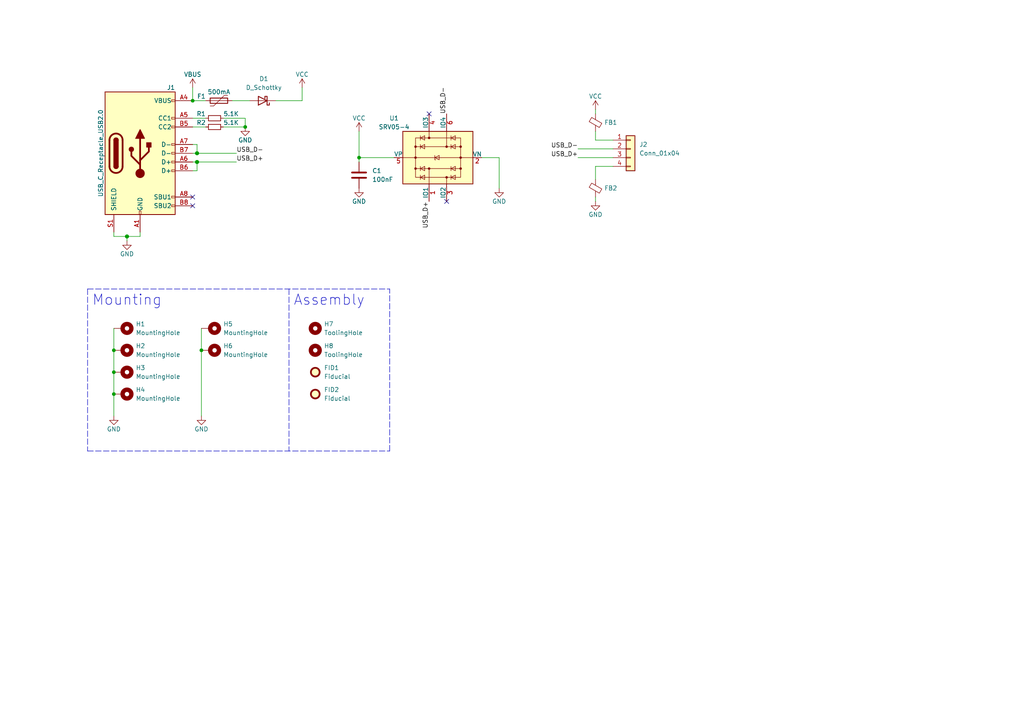
<source format=kicad_sch>
(kicad_sch (version 20211123) (generator eeschema)
  (paper "A4")
  (lib_symbols
    (symbol "Connector:USB_C_Receptacle_USB2.0" (pin_names (offset 1.016))
      (property "Reference" "J" (at -10.16 19.05 0))
      (property "Value" "USB_C_Receptacle_USB2.0" (at 19.05 19.05 0))
      (symbol "USB_C_Receptacle_USB2.0_0_0"
        (rectangle (start -0.254 -17.78) (end 0.254 -16.764))
        (rectangle (start 10.16 -14.986) (end 9.144 -15.494))
        (rectangle (start 10.16 -12.446) (end 9.144 -12.954))
        (rectangle (start 10.16 -4.826) (end 9.144 -5.334))
        (rectangle (start 10.16 -2.286) (end 9.144 -2.794))
        (rectangle (start 10.16 0.254) (end 9.144 -0.254))
        (rectangle (start 10.16 2.794) (end 9.144 2.286))
        (rectangle (start 10.16 7.874) (end 9.144 7.366))
        (rectangle (start 10.16 10.414) (end 9.144 9.906))
        (rectangle (start 10.16 15.494) (end 9.144 14.986))
      )
      (symbol "USB_C_Receptacle_USB2.0_0_1"
        (rectangle (start -10.16 17.78) (end 10.16 -17.78) (stroke (width 0.254)) (fill (type background)))
        (arc (start -8.89 -3.81) (mid -6.985 -5.715) (end -5.08 -3.81) (stroke (width 0.508)))
        (arc (start -7.62 -3.81) (mid -6.985 -4.445) (end -6.35 -3.81) (stroke (width 0.254)))
        (arc (start -7.62 -3.81) (mid -6.985 -4.445) (end -6.35 -3.81) (stroke (width 0.254)) (fill (type outline)))
        (rectangle (start -7.62 -3.81) (end -6.35 3.81) (stroke (width 0.254)) (fill (type outline)))
        (arc (start -6.35 3.81) (mid -6.985 4.445) (end -7.62 3.81) (stroke (width 0.254)))
        (arc (start -6.35 3.81) (mid -6.985 4.445) (end -7.62 3.81) (stroke (width 0.254)) (fill (type outline)))
        (arc (start -5.08 3.81) (mid -6.985 5.715) (end -8.89 3.81) (stroke (width 0.508)))
        (circle (center -2.54 1.143) (radius 0.635) (stroke (width 0.254)) (fill (type outline)))
        (circle (center 0 -5.842) (radius 1.27) (fill (type outline)))
        (polyline (pts (xy -8.89 -3.81) (xy -8.89 3.81)) (stroke (width 0.508)))
        (polyline (pts (xy -5.08 3.81) (xy -5.08 -3.81)) (stroke (width 0.508)))
        (polyline (pts (xy 0 -5.842) (xy 0 4.318)) (stroke (width 0.508)))
        (polyline (pts (xy 0 -3.302) (xy -2.54 -0.762) (xy -2.54 0.508)) (stroke (width 0.508)))
        (polyline (pts (xy 0 -2.032) (xy 2.54 0.508) (xy 2.54 1.778)) (stroke (width 0.508)))
        (polyline (pts (xy -1.27 4.318) (xy 0 6.858) (xy 1.27 4.318) (xy -1.27 4.318)) (stroke (width 0.254)) (fill (type outline)))
        (rectangle (start 1.905 1.778) (end 3.175 3.048) (stroke (width 0.254)) (fill (type outline)))
      )
      (symbol "USB_C_Receptacle_USB2.0_1_1"
        (pin passive line (at 0 -22.86 90) (length 5.08) (name "GND") (number "A1"))
        (pin passive line (at 0 -22.86 90) (length 5.08) hide (name "GND") (number "A12"))
        (pin passive line (at 15.24 15.24 180) (length 5.08) (name "VBUS") (number "A4"))
        (pin bidirectional line (at 15.24 10.16 180) (length 5.08) (name "CC1") (number "A5"))
        (pin bidirectional line (at 15.24 -2.54 180) (length 5.08) (name "D+") (number "A6"))
        (pin bidirectional line (at 15.24 2.54 180) (length 5.08) (name "D-") (number "A7"))
        (pin bidirectional line (at 15.24 -12.7 180) (length 5.08) (name "SBU1") (number "A8"))
        (pin passive line (at 15.24 15.24 180) (length 5.08) hide (name "VBUS") (number "A9"))
        (pin passive line (at 0 -22.86 90) (length 5.08) hide (name "GND") (number "B1"))
        (pin passive line (at 0 -22.86 90) (length 5.08) hide (name "GND") (number "B12"))
        (pin passive line (at 15.24 15.24 180) (length 5.08) hide (name "VBUS") (number "B4"))
        (pin bidirectional line (at 15.24 7.62 180) (length 5.08) (name "CC2") (number "B5"))
        (pin bidirectional line (at 15.24 -5.08 180) (length 5.08) (name "D+") (number "B6"))
        (pin bidirectional line (at 15.24 0 180) (length 5.08) (name "D-") (number "B7"))
        (pin bidirectional line (at 15.24 -15.24 180) (length 5.08) (name "SBU2") (number "B8"))
        (pin passive line (at 15.24 15.24 180) (length 5.08) hide (name "VBUS") (number "B9"))
        (pin passive line (at -7.62 -22.86 90) (length 5.08) (name "SHIELD") (number "S1"))
      )
    )
    (symbol "Connector_Generic:Conn_01x04" (pin_names (offset 1.016) hide)
      (property "Reference" "J" (at 0 5.08 0))
      (property "Value" "Conn_01x04" (at 0 -7.62 0))
      (symbol "Conn_01x04_1_1"
        (rectangle (start -1.27 -4.953) (end 0 -5.207) (stroke (width 0.1524)))
        (rectangle (start -1.27 -2.413) (end 0 -2.667) (stroke (width 0.1524)))
        (rectangle (start -1.27 0.127) (end 0 -0.127) (stroke (width 0.1524)))
        (rectangle (start -1.27 2.667) (end 0 2.413) (stroke (width 0.1524)))
        (rectangle (start -1.27 3.81) (end 1.27 -6.35) (stroke (width 0.254)) (fill (type background)))
        (pin passive line (at -5.08 2.54 0) (length 3.81) (name "Pin_1") (number "1"))
        (pin passive line (at -5.08 0 0) (length 3.81) (name "Pin_2") (number "2"))
        (pin passive line (at -5.08 -2.54 0) (length 3.81) (name "Pin_3") (number "3"))
        (pin passive line (at -5.08 -5.08 0) (length 3.81) (name "Pin_4") (number "4"))
      )
    )
    (symbol "Device:C" (pin_numbers hide) (pin_names (offset 0.254))
      (property "Reference" "C" (at 0.635 2.54 0))
      (property "Value" "C" (at 0.635 -2.54 0))
      (symbol "C_0_1"
        (polyline (pts (xy -2.032 -0.762) (xy 2.032 -0.762)) (stroke (width 0.508)))
        (polyline (pts (xy -2.032 0.762) (xy 2.032 0.762)) (stroke (width 0.508)))
      )
      (symbol "C_1_1"
        (pin passive line (at 0 3.81 270) (length 2.794) (name "~") (number "1"))
        (pin passive line (at 0 -3.81 90) (length 2.794) (name "~") (number "2"))
      )
    )
    (symbol "Device:D_Schottky" (pin_numbers hide) (pin_names (offset 1.016) hide)
      (property "Reference" "D" (at 0 2.54 0))
      (property "Value" "D_Schottky" (at 0 -2.54 0))
      (symbol "D_Schottky_0_1"
        (polyline (pts (xy 1.27 0) (xy -1.27 0)))
        (polyline (pts (xy 1.27 1.27) (xy 1.27 -1.27) (xy -1.27 0) (xy 1.27 1.27)) (stroke (width 0.254)))
        (polyline (pts (xy -1.905 0.635) (xy -1.905 1.27) (xy -1.27 1.27) (xy -1.27 -1.27) (xy -0.635 -1.27) (xy -0.635 -0.635)) (stroke (width 0.254)))
      )
      (symbol "D_Schottky_1_1"
        (pin passive line (at -3.81 0 0) (length 2.54) (name "K") (number "1"))
        (pin passive line (at 3.81 0 180) (length 2.54) (name "A") (number "2"))
      )
    )
    (symbol "Device:FerriteBead_Small" (pin_numbers hide) (pin_names (offset 0))
      (property "Reference" "FB" (at 1.905 1.27 0))
      (property "Value" "FerriteBead_Small" (at 1.905 -1.27 0))
      (symbol "FerriteBead_Small_0_1"
        (polyline (pts (xy 0 -1.27) (xy 0 -0.7874)))
        (polyline (pts (xy 0 0.889) (xy 0 1.2954)))
        (polyline (pts (xy -1.8288 0.2794) (xy -1.1176 1.4986) (xy 1.8288 -0.2032) (xy 1.1176 -1.4224) (xy -1.8288 0.2794)))
      )
      (symbol "FerriteBead_Small_1_1"
        (pin passive line (at 0 2.54 270) (length 1.27) (name "~") (number "1"))
        (pin passive line (at 0 -2.54 90) (length 1.27) (name "~") (number "2"))
      )
    )
    (symbol "Device:Polyfuse" (pin_numbers hide) (pin_names (offset 0))
      (property "Reference" "F" (at -2.54 0 90))
      (property "Value" "Polyfuse" (at 2.54 0 90))
      (symbol "Polyfuse_0_1"
        (rectangle (start -0.762 2.54) (end 0.762 -2.54) (stroke (width 0.254)))
        (polyline (pts (xy 0 2.54) (xy 0 -2.54)))
        (polyline (pts (xy -1.524 2.54) (xy -1.524 1.524) (xy 1.524 -1.524) (xy 1.524 -2.54)))
      )
      (symbol "Polyfuse_1_1"
        (pin passive line (at 0 3.81 270) (length 1.27) (name "~") (number "1"))
        (pin passive line (at 0 -3.81 90) (length 1.27) (name "~") (number "2"))
      )
    )
    (symbol "Device:R_Small" (pin_numbers hide) (pin_names (offset 0.254) hide)
      (property "Reference" "R" (at 0.762 0.508 0))
      (property "Value" "R_Small" (at 0.762 -1.016 0))
      (symbol "R_Small_0_1"
        (rectangle (start -0.762 1.778) (end 0.762 -1.778) (stroke (width 0.2032)))
      )
      (symbol "R_Small_1_1"
        (pin passive line (at 0 2.54 270) (length 0.762) (name "~") (number "1"))
        (pin passive line (at 0 -2.54 90) (length 0.762) (name "~") (number "2"))
      )
    )
    (symbol "Mechanical:Fiducial"
      (property "Reference" "FID" (at 0 5.08 0))
      (property "Value" "Fiducial" (at 0 3.175 0))
      (symbol "Fiducial_0_1"
        (circle (center 0 0) (radius 1.27) (stroke (width 0.508)) (fill (type background)))
      )
    )
    (symbol "Mechanical:MountingHole" (pin_names (offset 1.016))
      (property "Reference" "H" (at 0 5.08 0))
      (property "Value" "MountingHole" (at 0 3.175 0))
      (symbol "MountingHole_0_1"
        (circle (center 0 0) (radius 1.27) (stroke (width 1.27)))
      )
    )
    (symbol "Mechanical:MountingHole_Pad" (pin_numbers hide) (pin_names (offset 1.016) hide)
      (property "Reference" "H" (at 0 6.35 0))
      (property "Value" "MountingHole_Pad" (at 0 4.445 0))
      (symbol "MountingHole_Pad_0_1"
        (circle (center 0 1.27) (radius 1.27) (stroke (width 1.27)))
      )
      (symbol "MountingHole_Pad_1_1"
        (pin input line (at 0 -2.54 90) (length 2.54) (name "1") (number "1"))
      )
    )
    (symbol "Power_Protection:SRV05-4" (pin_names (offset 0))
      (property "Reference" "U" (at -5.08 11.43 0))
      (property "Value" "SRV05-4" (at 2.54 11.43 0))
      (symbol "SRV05-4_0_0"
        (rectangle (start -5.715 6.477) (end 5.715 -6.604))
        (polyline (pts (xy -3.175 -6.604) (xy -3.175 6.477)))
        (polyline (pts (xy 3.175 6.477) (xy 3.175 -6.604)))
      )
      (symbol "SRV05-4_0_1"
        (rectangle (start -7.62 10.16) (end 7.62 -10.16) (stroke (width 0.254)) (fill (type background)))
        (circle (center -5.715 -2.54) (radius 0.2794) (fill (type outline)))
        (circle (center -3.175 -6.604) (radius 0.2794) (fill (type outline)))
        (circle (center -3.175 2.54) (radius 0.2794) (fill (type outline)))
        (circle (center -3.175 6.477) (radius 0.2794) (fill (type outline)))
        (circle (center 0 -6.604) (radius 0.2794) (fill (type outline)))
        (polyline (pts (xy -7.747 2.54) (xy -3.175 2.54)))
        (polyline (pts (xy -7.62 -2.54) (xy -5.715 -2.54)))
        (polyline (pts (xy -5.08 -3.81) (xy -6.35 -3.81)))
        (polyline (pts (xy -5.08 5.08) (xy -6.35 5.08)))
        (polyline (pts (xy -2.54 -3.81) (xy -3.81 -3.81)))
        (polyline (pts (xy -2.54 5.08) (xy -3.81 5.08)))
        (polyline (pts (xy 0 10.16) (xy 0 -10.16)))
        (polyline (pts (xy 3.81 -3.81) (xy 2.54 -3.81)))
        (polyline (pts (xy 3.81 5.08) (xy 2.54 5.08)))
        (polyline (pts (xy 6.35 -3.81) (xy 5.08 -3.81)))
        (polyline (pts (xy 6.35 5.08) (xy 5.08 5.08)))
        (polyline (pts (xy 7.62 -2.54) (xy 3.175 -2.54)))
        (polyline (pts (xy 7.62 2.54) (xy 5.715 2.54)))
        (polyline (pts (xy 0.635 0.889) (xy -0.635 0.889) (xy -0.635 0.635)))
        (polyline (pts (xy -5.08 -5.08) (xy -6.35 -5.08) (xy -5.715 -3.81) (xy -5.08 -5.08)))
        (polyline (pts (xy -5.08 3.81) (xy -6.35 3.81) (xy -5.715 5.08) (xy -5.08 3.81)))
        (polyline (pts (xy -2.54 -5.08) (xy -3.81 -5.08) (xy -3.175 -3.81) (xy -2.54 -5.08)))
        (polyline (pts (xy -2.54 3.81) (xy -3.81 3.81) (xy -3.175 5.08) (xy -2.54 3.81)))
        (polyline (pts (xy 0.635 -0.381) (xy -0.635 -0.381) (xy 0 0.889) (xy 0.635 -0.381)))
        (polyline (pts (xy 3.81 -5.08) (xy 2.54 -5.08) (xy 3.175 -3.81) (xy 3.81 -5.08)))
        (polyline (pts (xy 3.81 3.81) (xy 2.54 3.81) (xy 3.175 5.08) (xy 3.81 3.81)))
        (polyline (pts (xy 6.35 -5.08) (xy 5.08 -5.08) (xy 5.715 -3.81) (xy 6.35 -5.08)))
        (polyline (pts (xy 6.35 3.81) (xy 5.08 3.81) (xy 5.715 5.08) (xy 6.35 3.81)))
        (circle (center 0 6.477) (radius 0.2794) (fill (type outline)))
        (circle (center 3.175 -6.604) (radius 0.2794) (fill (type outline)))
        (circle (center 3.175 -2.54) (radius 0.2794) (fill (type outline)))
        (circle (center 3.175 6.477) (radius 0.2794) (fill (type outline)))
        (circle (center 5.715 2.54) (radius 0.2794) (fill (type outline)))
      )
      (symbol "SRV05-4_1_1"
        (pin passive line (at -12.7 2.54 0) (length 5.08) (name "IO1") (number "1"))
        (pin passive line (at 0 -12.7 90) (length 2.54) (name "VN") (number "2"))
        (pin passive line (at -12.7 -2.54 0) (length 5.08) (name "IO2") (number "3"))
        (pin passive line (at 12.7 2.54 180) (length 5.08) (name "IO3") (number "4"))
        (pin passive line (at 0 12.7 270) (length 2.54) (name "VP") (number "5"))
        (pin passive line (at 12.7 -2.54 180) (length 5.08) (name "IO4") (number "6"))
      )
    )
    (symbol "power:GND" (power) (pin_names (offset 0))
      (property "Value" "GND" (at 0 -3.81 0))
      (symbol "GND_0_1"
        (polyline (pts (xy 0 0) (xy 0 -1.27) (xy 1.27 -1.27) (xy 0 -2.54) (xy -1.27 -1.27) (xy 0 -1.27)))
      )
      (symbol "GND_1_1"
        (pin power_in line (at 0 0 270) (length 0) hide (name "GND") (number "1"))
      )
    )
    (symbol "power:VBUS" (power) (pin_names (offset 0))
      (property "Value" "VBUS" (at 0 3.81 0))
      (symbol "VBUS_0_1"
        (polyline (pts (xy -0.762 1.27) (xy 0 2.54)))
        (polyline (pts (xy 0 0) (xy 0 2.54)))
        (polyline (pts (xy 0 2.54) (xy 0.762 1.27)))
      )
      (symbol "VBUS_1_1"
        (pin power_in line (at 0 0 90) (length 0) hide (name "VBUS") (number "1"))
      )
    )
    (symbol "power:VCC" (power) (pin_names (offset 0))
      (property "Value" "VCC" (at 0 3.81 0))
      (symbol "VCC_0_1"
        (polyline (pts (xy -0.762 1.27) (xy 0 2.54)))
        (polyline (pts (xy 0 0) (xy 0 2.54)))
        (polyline (pts (xy 0 2.54) (xy 0.762 1.27)))
      )
      (symbol "VCC_1_1"
        (pin power_in line (at 0 0 90) (length 0) hide (name "VCC") (number "1"))
      )
    )
  )
  (junction (at 36.83 68.58) (diameter 1.016))
  (junction (at 33.02 114.3))
  (junction (at 33.02 107.95))
  (junction (at 57.15 44.45) (diameter 1.016))
  (junction (at 58.42 101.6))
  (junction (at 55.88 29.21))
  (junction (at 33.02 101.6))
  (junction (at 57.15 46.99) (diameter 1.016))
  (junction (at 104.14 45.72))
  (junction (at 71.12 36.83))
  (no_connect (at 55.88 59.69))
  (no_connect (at 124.46 33.02))
  (no_connect (at 129.54 58.42))
  (no_connect (at 55.88 57.15))
  (wire (pts (xy 33.02 95.25) (xy 33.02 101.6)))
  (wire (pts (xy 80.01 29.21) (xy 87.63 29.21)))
  (wire (pts (xy 104.14 45.72) (xy 104.14 46.99)))
  (wire (pts (xy 33.02 67.31) (xy 33.02 68.58)))
  (wire (pts (xy 33.02 107.95) (xy 33.02 114.3)))
  (wire (pts (xy 64.77 34.29) (xy 71.12 34.29)))
  (wire (pts (xy 33.02 114.3) (xy 33.02 120.65)))
  (wire (pts (xy 104.14 38.1) (xy 104.14 45.72)))
  (wire (pts (xy 40.64 68.58) (xy 40.64 67.31)))
  (wire (pts (xy 36.83 68.58) (xy 36.83 69.85)))
  (wire (pts (xy 172.72 57.15) (xy 172.72 58.42)))
  (wire (pts (xy 55.88 46.99) (xy 57.15 46.99)))
  (wire (pts (xy 55.88 29.21) (xy 59.69 29.21)))
  (wire (pts (xy 71.12 34.29) (xy 71.12 36.83)))
  (wire (pts (xy 144.78 45.72) (xy 144.78 54.61)))
  (wire (pts (xy 33.02 101.6) (xy 33.02 107.95)))
  (wire (pts (xy 57.15 46.99) (xy 68.58 46.99)))
  (wire (pts (xy 55.88 44.45) (xy 57.15 44.45)))
  (wire (pts (xy 104.14 45.72) (xy 114.3 45.72)))
  (wire (pts (xy 57.15 44.45) (xy 68.58 44.45)))
  (wire (pts (xy 87.63 25.4) (xy 87.63 29.21)))
  (wire (pts (xy 67.31 29.21) (xy 72.39 29.21)))
  (polyline (pts (xy 25.4 130.81) (xy 113.03 130.81)))
  (wire (pts (xy 33.02 68.58) (xy 36.83 68.58)))
  (wire (pts (xy 64.77 36.83) (xy 71.12 36.83)))
  (polyline (pts (xy 25.4 83.82) (xy 113.03 83.82)))
  (polyline (pts (xy 25.4 83.82) (xy 25.4 130.81)))
  (polyline (pts (xy 83.82 83.82) (xy 83.82 130.81)))
  (wire (pts (xy 172.72 38.1) (xy 172.72 40.64)))
  (wire (pts (xy 172.72 48.26) (xy 172.72 52.07)))
  (wire (pts (xy 55.88 25.4) (xy 55.88 29.21)))
  (wire (pts (xy 172.72 31.75) (xy 172.72 33.02)))
  (wire (pts (xy 58.42 101.6) (xy 58.42 120.65)))
  (wire (pts (xy 57.15 41.91) (xy 57.15 44.45)))
  (polyline (pts (xy 113.03 130.81) (xy 113.03 83.82)))
  (wire (pts (xy 57.15 49.53) (xy 57.15 46.99)))
  (wire (pts (xy 55.88 36.83) (xy 59.69 36.83)))
  (wire (pts (xy 172.72 40.64) (xy 177.8 40.64)))
  (wire (pts (xy 58.42 95.25) (xy 58.42 101.6)))
  (wire (pts (xy 177.8 48.26) (xy 172.72 48.26)))
  (wire (pts (xy 139.7 45.72) (xy 144.78 45.72)))
  (wire (pts (xy 167.64 45.72) (xy 177.8 45.72)))
  (wire (pts (xy 55.88 49.53) (xy 57.15 49.53)))
  (wire (pts (xy 167.64 43.18) (xy 177.8 43.18)))
  (wire (pts (xy 55.88 41.91) (xy 57.15 41.91)))
  (wire (pts (xy 36.83 68.58) (xy 40.64 68.58)))
  (wire (pts (xy 55.88 34.29) (xy 59.69 34.29)))
  (text "Assembly" (at 85.09 88.9 0) (effects (font (size 3 3)) (justify left bottom)))
  (text "Mounting" (at 26.67 88.9 0) (effects (font (size 3 3)) (justify left bottom)))
  (label "USB_D+" (at 167.64 45.72 180))
  (label "USB_D-" (at 68.58 44.45 0))
  (label "USB_D+" (at 124.46 58.42 270))
  (label "USB_D-" (at 167.64 43.18 180))
  (label "USB_D+" (at 68.58 46.99 0))
  (label "USB_D-" (at 129.54 33.02 90))
  (symbol (lib_id "power:GND") (at 33.02 120.65 0) (unit 1)
    (property "Reference" "#PWR0101" (effects hide))
    (property "Value" "GND" (at 33.02 124.46 0))
  )
  (symbol (lib_id "power:VCC") (at 104.14 38.1 0) (unit 1)
    (property "Reference" "#PWR0103" (effects hide))
    (property "Value" "VCC" (at 104.14 34.29 0))
  )
  (symbol (lib_id "Connector:USB_C_Receptacle_USB2.0") (at 40.64 44.45 0) (unit 1)
    (property "Reference" "J1" (at 50.8 25.4 0) (effects (justify right)))
    (property "Value" "USB_C_Receptacle_USB2.0" (at 29.21 44.45 90))
    (property "Footprint" "Connector_USB:USB_C_Receptacle_XKB_U262-16XN-4BVC11" (effects hide))
    (property "Datasheet" "https://www.usb.org/sites/default/files/documents/usb_type-c.zip" (effects hide))
    (property "LCSC" "C319148" (effects hide))
  )
  (symbol (lib_id "power:GND") (at 71.12 36.83 0) (unit 1)
    (property "Reference" "#PWR03" (effects hide))
    (property "Value" "GND" (at 71.12 40.64 0))
  )
  (symbol (lib_id "Mechanical:MountingHole") (at 91.44 101.6 0) (unit 1) (in_bom no)
    (property "Reference" "H8" (at 93.98 100.3299 0) (effects (justify left)))
    (property "Value" "ToolingHole" (at 93.98 102.8699 0) (effects (justify left)))
    (property "Footprint" "costar_footprints:ToolingHole_1.152mm" (effects hide))
  )
  (symbol (lib_id "Device:FerriteBead_Small") (at 172.72 54.61 0) (unit 1)
    (property "Reference" "FB2" (at 175.26 54.5718 0) (effects (justify left)))
    (property "Value" "FerriteBead_Small" (effects hide))
    (property "Footprint" "Inductor_SMD:L_0805_2012Metric" (effects hide))
    (property "Datasheet" "https://datasheet.lcsc.com/lcsc/1811061723_FH-Guangdong-Fenghua-Advanced-Tech-CBW201209U301T_C67451.pdf" (effects hide))
    (property "LCSC" " C67451" (effects hide))
  )
  (symbol (lib_id "Mechanical:MountingHole_Pad") (at 35.56 107.95 270) (unit 1) (in_bom no)
    (property "Reference" "H3" (at 39.37 106.6799 90) (effects (justify left)))
    (property "Value" "MountingHole" (at 39.37 109.2199 90) (effects (justify left)))
    (property "Footprint" "costar_footprints:MountingHole_2.5mm_Pad_1mm" (effects hide))
  )
  (symbol (lib_id "Device:C") (at 104.14 50.8 0) (unit 1)
    (property "Reference" "C1" (at 107.95 49.5299 0) (effects (justify left)))
    (property "Value" "100nF" (at 107.95 52.0699 0) (effects (justify left)))
    (property "Footprint" "Capacitor_SMD:C_0603_1608Metric" (effects hide))
    (property "LCSC" "C14663" (effects hide))
  )
  (symbol (lib_id "Device:R_Small") (at 62.23 34.29 90) (unit 1)
    (property "Reference" "R1" (at 59.69 33.02 90) (effects (justify left)))
    (property "Value" "5.1K" (at 64.77 33.02 90) (effects (justify right)))
    (property "Footprint" "Resistor_SMD:R_0603_1608Metric" (effects hide))
    (property "LCSC" "C23186" (effects hide))
  )
  (symbol (lib_id "power:GND") (at 104.14 54.61 0) (unit 1)
    (property "Reference" "#PWR0104" (effects hide))
    (property "Value" "GND" (at 104.14 58.42 0))
  )
  (symbol (lib_id "Mechanical:Fiducial") (at 91.44 107.95 0) (unit 1) (in_bom no)
    (property "Reference" "FID1" (at 93.98 106.6799 0) (effects (justify left)))
    (property "Value" "Fiducial" (at 93.98 109.2199 0) (effects (justify left)))
    (property "Footprint" "Fiducial:Fiducial_1mm_Mask2mm" (effects hide))
  )
  (symbol (lib_id "Mechanical:MountingHole_Pad") (at 60.96 101.6 270) (unit 1) (in_bom no)
    (property "Reference" "H6" (at 64.77 100.3299 90) (effects (justify left)))
    (property "Value" "MountingHole" (at 64.77 102.8699 90) (effects (justify left)))
    (property "Footprint" "costar_footprints:MountingHole_1mm_Pad_1mm" (effects hide))
  )
  (symbol (lib_id "Mechanical:MountingHole_Pad") (at 60.96 95.25 270) (unit 1) (in_bom no)
    (property "Reference" "H5" (at 64.77 93.9799 90) (effects (justify left)))
    (property "Value" "MountingHole" (at 64.77 96.5199 90) (effects (justify left)))
    (property "Footprint" "costar_footprints:MountingHole_1mm_Pad_1mm" (effects hide))
  )
  (symbol (lib_id "Mechanical:MountingHole_Pad") (at 35.56 101.6 270) (unit 1) (in_bom no)
    (property "Reference" "H2" (at 39.37 100.3299 90) (effects (justify left)))
    (property "Value" "MountingHole" (at 39.37 102.8699 90) (effects (justify left)))
    (property "Footprint" "costar_footprints:MountingHole_2.5mm_Pad_1mm" (effects hide))
  )
  (symbol (lib_id "Device:Polyfuse") (at 63.5 29.21 90) (unit 1)
    (property "Reference" "F1" (at 58.42 27.94 90))
    (property "Value" "500mA" (at 63.5 26.67 90))
    (property "Footprint" "Fuse:Fuse_1812_4532Metric" (effects hide))
    (property "LCSC" "C12559" (effects hide))
  )
  (symbol (lib_id "power:VBUS") (at 55.88 25.4 0) (unit 1)
    (property "Reference" "#PWR02" (effects hide))
    (property "Value" "VBUS" (at 55.88 21.59 0))
  )
  (symbol (lib_id "power:VCC") (at 87.63 25.4 0) (unit 1)
    (property "Reference" "#PWR0105" (effects hide))
    (property "Value" "VCC" (at 87.63 21.59 0))
  )
  (symbol (lib_id "Device:D_Schottky") (at 76.2 29.21 180) (unit 1)
    (property "Reference" "D1" (at 76.5175 22.86 0))
    (property "Value" "D_Schottky" (at 76.5175 25.4 0))
    (property "Footprint" "Diode_SMD:D_SOD-123" (effects hide))
    (property "LCSC" "C8598" (effects hide))
  )
  (symbol (lib_id "Mechanical:MountingHole") (at 91.44 95.25 0) (unit 1) (in_bom no)
    (property "Reference" "H7" (at 93.98 93.9799 0) (effects (justify left)))
    (property "Value" "ToolingHole" (at 93.98 96.5199 0) (effects (justify left)))
    (property "Footprint" "costar_footprints:ToolingHole_1.152mm" (effects hide))
  )
  (symbol (lib_id "power:VCC") (at 172.72 31.75 0) (unit 1)
    (property "Reference" "#PWR0107" (effects hide))
    (property "Value" "VCC" (at 172.72 27.94 0))
  )
  (symbol (lib_id "Device:R_Small") (at 62.23 36.83 90) (unit 1)
    (property "Reference" "R2" (at 59.69 35.56 90) (effects (justify left)))
    (property "Value" "5.1K" (at 64.77 35.56 90) (effects (justify right)))
    (property "Footprint" "Resistor_SMD:R_0603_1608Metric" (effects hide))
    (property "LCSC" "C23186" (effects hide))
  )
  (symbol (lib_id "power:GND") (at 36.83 69.85 0) (unit 1)
    (property "Reference" "#PWR01" (effects hide))
    (property "Value" "GND" (at 36.83 73.66 0))
  )
  (symbol (lib_id "Power_Protection:SRV05-4") (at 127 45.72 90) (unit 1)
    (property "Reference" "U1" (at 114.3 34.29 90))
    (property "Value" "SRV05-4" (at 114.3 36.83 90))
    (property "Footprint" "Package_TO_SOT_SMD:SOT-23-6" (effects hide))
    (property "Datasheet" "http://www.onsemi.com/pub/Collateral/SRV05-4-D.PDF" (effects hide))
    (property "LCSC" "C85364" (effects hide))
  )
  (symbol (lib_id "Device:FerriteBead_Small") (at 172.72 35.56 0) (unit 1)
    (property "Reference" "FB1" (at 175.26 35.5218 0) (effects (justify left)))
    (property "Value" "FerriteBead_Small" (effects hide))
    (property "Footprint" "Inductor_SMD:L_0805_2012Metric" (effects hide))
    (property "Datasheet" "https://datasheet.lcsc.com/lcsc/1811061723_FH-Guangdong-Fenghua-Advanced-Tech-CBW201209U301T_C67451.pdf" (effects hide))
    (property "LCSC" " C67451" (effects hide))
  )
  (symbol (lib_id "Mechanical:MountingHole_Pad") (at 35.56 95.25 270) (unit 1) (in_bom no)
    (property "Reference" "H1" (at 39.37 93.9799 90) (effects (justify left)))
    (property "Value" "MountingHole" (at 39.37 96.5199 90) (effects (justify left)))
    (property "Footprint" "costar_footprints:MountingHole_2.5mm_Pad_1mm" (effects hide))
  )
  (symbol (lib_id "power:GND") (at 172.72 58.42 0) (unit 1)
    (property "Reference" "#PWR08" (effects hide))
    (property "Value" "GND" (at 172.72 62.23 0))
  )
  (symbol (lib_id "power:GND") (at 144.78 54.61 0) (unit 1)
    (property "Reference" "#PWR0106" (effects hide))
    (property "Value" "GND" (at 144.78 58.42 0))
  )
  (symbol (lib_id "Connector_Generic:Conn_01x04") (at 182.88 43.18 0) (unit 1) (in_bom no)
    (property "Reference" "J2" (at 185.42 41.9099 0) (effects (justify left)))
    (property "Value" "Conn_01x04" (at 185.42 44.4499 0) (effects (justify left)))
    (property "Footprint" "Connector_PinHeader_2.00mm:PinHeader_1x04_P2.00mm_Vertical" (effects hide))
  )
  (symbol (lib_id "power:GND") (at 58.42 120.65 0) (unit 1)
    (property "Reference" "#PWR0102" (effects hide))
    (property "Value" "GND" (at 58.42 124.46 0))
  )
  (symbol (lib_id "Mechanical:Fiducial") (at 91.44 114.3 0) (unit 1) (in_bom no)
    (property "Reference" "FID2" (at 93.98 113.0299 0) (effects (justify left)))
    (property "Value" "Fiducial" (at 93.98 115.5699 0) (effects (justify left)))
    (property "Footprint" "Fiducial:Fiducial_1mm_Mask2mm" (effects hide))
  )
  (symbol (lib_id "Mechanical:MountingHole_Pad") (at 35.56 114.3 270) (unit 1) (in_bom no)
    (property "Reference" "H4" (at 39.37 113.0299 90) (effects (justify left)))
    (property "Value" "MountingHole" (at 39.37 115.5699 90) (effects (justify left)))
    (property "Footprint" "costar_footprints:MountingHole_2.5mm_Pad_1mm" (effects hide))
  )
)
</source>
